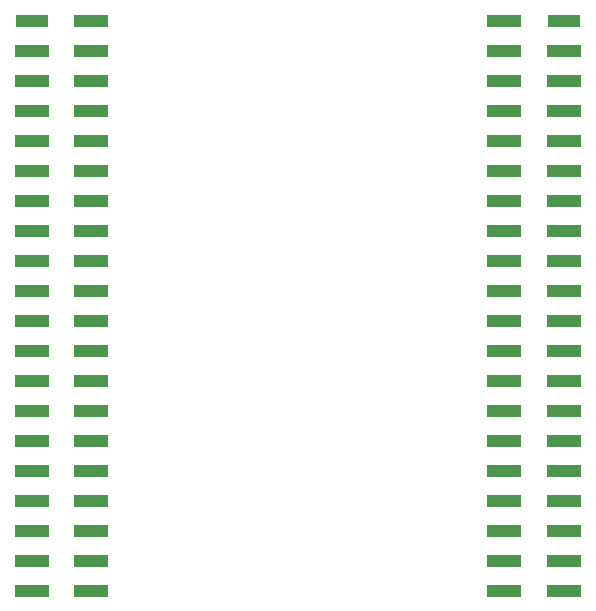
<source format=gbr>
%TF.GenerationSoftware,KiCad,Pcbnew,8.0.7-8.0.7-0~ubuntu22.04.1*%
%TF.CreationDate,2024-12-10T17:00:38-05:00*%
%TF.ProjectId,breakout-tt07-qfn,62726561-6b6f-4757-942d-747430372d71,1.1*%
%TF.SameCoordinates,PX2b64660PY42c1d80*%
%TF.FileFunction,Paste,Bot*%
%TF.FilePolarity,Positive*%
%FSLAX46Y46*%
G04 Gerber Fmt 4.6, Leading zero omitted, Abs format (unit mm)*
G04 Created by KiCad (PCBNEW 8.0.7-8.0.7-0~ubuntu22.04.1) date 2024-12-10 17:00:38*
%MOMM*%
%LPD*%
G01*
G04 APERTURE LIST*
%ADD10R,3.000000X1.000000*%
%ADD11R,2.800000X1.000000*%
G04 APERTURE END LIST*
D10*
%TO.C,CON2*%
X87980000Y-19870000D03*
D11*
X93020000Y-19870000D03*
D10*
X87980000Y-22410000D03*
X93020000Y-22410000D03*
X87980000Y-24950000D03*
X93020000Y-24950000D03*
X87980000Y-27490000D03*
X93020000Y-27490000D03*
X87980000Y-30030000D03*
X93020000Y-30030000D03*
X87980000Y-32570000D03*
X93020000Y-32570000D03*
X87980000Y-35110000D03*
X93020000Y-35110000D03*
X87980000Y-37650000D03*
X93020000Y-37650000D03*
X87980000Y-40190000D03*
X93020000Y-40190000D03*
X87980000Y-42730000D03*
X93020000Y-42730000D03*
X87980000Y-45270000D03*
X93020000Y-45270000D03*
X87980000Y-47810000D03*
X93020000Y-47810000D03*
X87980000Y-50350000D03*
X93020000Y-50350000D03*
X87980000Y-52890000D03*
X93020000Y-52890000D03*
X87980000Y-55430000D03*
X93020000Y-55430000D03*
X87980000Y-57970000D03*
X93020000Y-57970000D03*
X87980000Y-60510000D03*
X93020000Y-60510000D03*
X87980000Y-63050000D03*
X93020000Y-63050000D03*
X87980000Y-65590000D03*
X93020000Y-65590000D03*
X87980000Y-68130000D03*
X93020000Y-68130000D03*
%TD*%
D11*
%TO.C,CON1*%
X47980000Y-19870000D03*
D10*
X53020000Y-19870000D03*
X47980000Y-22410000D03*
X53020000Y-22410000D03*
X47980000Y-24950000D03*
X53020000Y-24950000D03*
X47980000Y-27490000D03*
X53020000Y-27490000D03*
X47980000Y-30030000D03*
X53020000Y-30030000D03*
X47980000Y-32570000D03*
X53020000Y-32570000D03*
X47980000Y-35110000D03*
X53020000Y-35110000D03*
X47980000Y-37650000D03*
X53020000Y-37650000D03*
X47980000Y-40190000D03*
X53020000Y-40190000D03*
X47980000Y-42730000D03*
X53020000Y-42730000D03*
X47980000Y-45270000D03*
X53020000Y-45270000D03*
X47980000Y-47810000D03*
X53020000Y-47810000D03*
X47980000Y-50350000D03*
X53020000Y-50350000D03*
X47980000Y-52890000D03*
X53020000Y-52890000D03*
X47980000Y-55430000D03*
X53020000Y-55430000D03*
X47980000Y-57970000D03*
X53020000Y-57970000D03*
X47980000Y-60510000D03*
X53020000Y-60510000D03*
X47980000Y-63050000D03*
X53020000Y-63050000D03*
X47980000Y-65590000D03*
X53020000Y-65590000D03*
X47980000Y-68130000D03*
X53020000Y-68130000D03*
%TD*%
M02*

</source>
